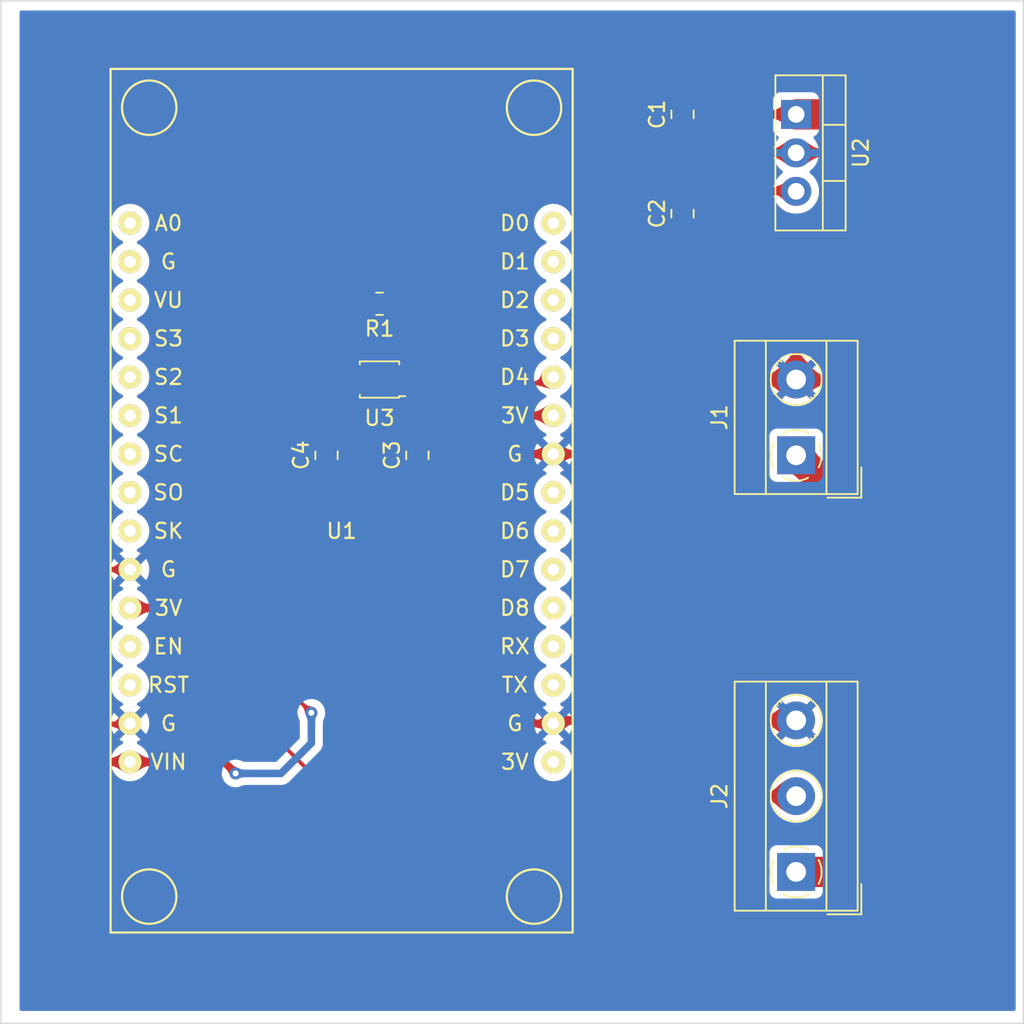
<source format=kicad_pcb>
(kicad_pcb (version 20211014) (generator pcbnew)
  (layers (0 "F.Cu" signal) (31 "B.Cu" signal) (34 "B.Paste" user) (35 "F.Paste" user) (36 "B.SilkS" user "B.Silkscreen") (37 "F.SilkS" user "F.Silkscreen") (38 "B.Mask" user) (39 "F.Mask" user) (44 "Edge.Cuts" user))
  (net 0 "")
  (net 1 "+12V")
  (net 2 "GND")
  (net 3 "+5V")
  (net 4 "+3.3V")
  (net 5 "Net-(J2-Pad2)")
  (net 6 "Net-(R1-Pad2)")
  (net 25 "Net-(U1-Pad26)")
  (footprint "Capacitor_SMD:C_0805_2012Metric" (layer "F.Cu") (at 122.5 47.5 90)
    (fp_text reference "C1" (at 0 -1.68 90) (layer "F.SilkS"))
    (fp_text value "0.22uF")
    (fp_line (start -0.261252 0.735) (end 0.261252 0.735) (layer "F.SilkS") (width 0.12))
    (fp_line (start -0.261252 -0.735) (end 0.261252 -0.735) (layer "F.SilkS") (width 0.12))
    (pad "1" smd roundrect (at -0.95 0 90) (size 1 1.45) (layers "F.Cu" "F.Paste" "F.Mask") (net 1 "+12V"))
    (pad "2" smd roundrect (at 0.95 0 90) (size 1 1.45) (layers "F.Cu" "F.Paste" "F.Mask") (net 2 "GND"))
  )
  (footprint "ESP8266:NodeMCU-LoLinV3" (layer "F.Cu") (at 100 75)
    (fp_text reference "U1" (at 0 0) (layer "F.SilkS"))
    (fp_text value "NodeMCU1.0(ESP-12E)")
    (fp_text user "3V" (at 11.43 -7.62) (layer "F.SilkS"))
    (fp_text user "D3" (at 11.43 -12.7) (layer "F.SilkS"))
    (fp_text user "D0" (at 11.43 -20.32) (layer "F.SilkS"))
    (fp_text user "D7" (at 11.43 2.54) (layer "F.SilkS"))
    (fp_text user "RST" (at -11.43 10.16) (layer "F.SilkS"))
    (fp_text user "TX" (at 11.43 10.16) (layer "F.SilkS"))
    (fp_text user "S1" (at -11.43 -7.62) (layer "F.SilkS"))
    (fp_text user "G" (at -11.43 2.54) (layer "F.SilkS"))
    (fp_text user "D8" (at 11.43 5.08) (layer "F.SilkS"))
    (fp_text user "G" (at 11.43 12.7) (layer "F.SilkS"))
    (fp_text user "D4" (at 11.43 -10.16) (layer "F.SilkS"))
    (fp_text user "D2" (at 11.43 -15.24) (layer "F.SilkS"))
    (fp_text user "G" (at 11.43 -5.08) (layer "F.SilkS"))
    (fp_text user "S3" (at -11.43 -12.7) (layer "F.SilkS"))
    (fp_text user "SO" (at -11.43 -2.54) (layer "F.SilkS"))
    (fp_text user "EN" (at -11.43 7.62) (layer "F.SilkS"))
    (fp_text user "3V" (at -11.43 5.08) (layer "F.SilkS"))
    (fp_text user "G" (at -11.43 12.7) (layer "F.SilkS"))
    (fp_text user "SC" (at -11.43 -5.08) (layer "F.SilkS"))
    (fp_text user "D1" (at 11.43 -17.78) (layer "F.SilkS"))
    (fp_text user "D6" (at 11.43 0) (layer "F.SilkS"))
    (fp_text user "G" (at -11.43 -17.78) (layer "F.SilkS"))
    (fp_text user "VIN" (at -11.43 15.24) (layer "F.SilkS"))
    (fp_text user "VU" (at -11.43 -15.24) (layer "F.SilkS"))
    (fp_text user "S2" (at -11.43 -10.16) (layer "F.SilkS"))
    (fp_text user "RX" (at 11.43 7.62) (layer "F.SilkS"))
    (fp_text user "A0" (at -11.43 -20.32) (layer "F.SilkS"))
    (fp_text user "D5" (at 11.43 -2.54) (layer "F.SilkS"))
    (fp_text user "SK" (at -11.43 0) (layer "F.SilkS"))
    (fp_text user "3V" (at 11.43 15.24) (layer "F.SilkS"))
    (fp_line (start 15.25 26.5) (end 15.25 -30.5) (layer "F.SilkS") (width 0.15))
    (fp_line (start -15.25 26.5) (end 15.25 26.5) (layer "F.SilkS") (width 0.15))
    (fp_line (start 15.25 -30.5) (end -14.75 -30.5) (layer "F.SilkS") (width 0.15))
    (fp_line (start -15.25 -30.5) (end -15.25 26.5) (layer "F.SilkS") (width 0.15))
    (fp_line (start -14.75 -30.5) (end -15.25 -30.5) (layer "F.SilkS") (width 0.15))
    (fp_circle (center -12.7 -27.94) (end -11.43 -29.21) (layer "F.SilkS") (width 0.15) (fill none))
    (fp_circle (center 12.7 -27.94) (end 13.97 -29.21) (layer "F.SilkS") (width 0.15) (fill none))
    (fp_circle (center 12.7 24.13) (end 13.97 22.86) (layer "F.SilkS") (width 0.15) (fill none))
    (fp_circle (center -12.7 24.13) (end -11.43 22.86) (layer "F.SilkS") (width 0.15) (fill none))
    (pad "1" thru_hole circle locked (at -13.97 -20.32) (size 1.524 1.524) (drill 0.762) (layers *.Cu *.Mask "F.SilkS"))
    (pad "2" thru_hole circle locked (at -13.97 -17.78) (size 1.524 1.524) (drill 0.762) (layers *.Cu *.Mask "F.SilkS"))
    (pad "3" thru_hole circle locked (at -13.97 -15.24) (size 1.524 1.524) (drill 0.762) (layers *.Cu *.Mask "F.SilkS"))
    (pad "4" thru_hole circle locked (at -13.97 -12.7) (size 1.524 1.524) (drill 0.762) (layers *.Cu *.Mask "F.SilkS"))
    (pad "5" thru_hole circle locked (at -13.97 -10.16) (size 1.524 1.524) (drill 0.762) (layers *.Cu *.Mask "F.SilkS"))
    (pad "6" thru_hole circle locked (at -13.97 -7.62) (size 1.524 1.524) (drill 0.762) (layers *.Cu *.Mask "F.SilkS"))
    (pad "7" thru_hole circle locked (at -13.97 -5.08) (size 1.524 1.524) (drill 0.762) (layers *.Cu *.Mask "F.SilkS"))
    (pad "8" thru_hole circle locked (at -13.97 -2.54) (size 1.524 1.524) (drill 0.762) (layers *.Cu *.Mask "F.SilkS"))
    (pad "9" thru_hole circle locked (at -13.97 0) (size 1.524 1.524) (drill 0.762) (layers *.Cu *.Mask "F.SilkS"))
    (pad "10" thru_hole circle locked (at -13.97 2.54) (size 1.524 1.524) (drill 0.762) (layers *.Cu *.Mask "F.SilkS") (net 2 "GND"))
    (pad "11" thru_hole circle locked (at -13.97 5.08) (size 1.524 1.524) (drill 0.762) (layers *.Cu *.Mask "F.SilkS") (net 4 "+3.3V"))
    (pad "12" thru_hole circle locked (at -13.97 7.62) (size 1.524 1.524) (drill 0.762) (layers *.Cu *.Mask "F.SilkS"))
    (pad "13" thru_hole circle locked (at -13.97 10.16) (size 1.524 1.524) (drill 0.762) (layers *.Cu *.Mask "F.SilkS"))
    (pad "14" thru_hole circle locked (at -13.97 12.7) (size 1.524 1.524) (drill 0.762) (layers *.Cu *.Mask "F.SilkS") (net 2 "GND"))
    (pad "15" thru_hole circle locked (at -13.97 15.24) (size 1.524 1.524) (drill 0.762) (layers *.Cu *.Mask "F.SilkS") (net 3 "+5V"))
    (pad "16" thru_hole circle locked (at 13.97 15.24) (size 1.524 1.524) (drill 0.762) (layers *.Cu *.Mask "F.SilkS"))
    (pad "17" thru_hole circle locked (at 13.97 12.7) (size 1.524 1.524) (drill 0.762) (layers *.Cu *.Mask "F.SilkS") (net 2 "GND"))
    (pad "18" thru_hole circle locked (at 13.97 10.16) (size 1.524 1.524) (drill 0.762) (layers *.Cu *.Mask "F.SilkS"))
    (pad "19" thru_hole circle locked (at 13.97 7.62) (size 1.524 1.524) (drill 0.762) (layers *.Cu *.Mask "F.SilkS"))
    (pad "20" thru_hole circle locked (at 13.97 5.08) (size 1.524 1.524) (drill 0.762) (layers *.Cu *.Mask "F.SilkS"))
    (pad "21" thru_hole circle locked (at 13.97 2.54) (size 1.524 1.524) (drill 0.762) (layers *.Cu *.Mask "F.SilkS"))
    (pad "22" thru_hole circle locked (at 13.97 0) (size 1.524 1.524) (drill 0.762) (layers *.Cu *.Mask "F.SilkS"))
    (pad "23" thru_hole circle locked (at 13.97 -2.54) (size 1.524 1.524) (drill 0.762) (layers *.Cu *.Mask "F.SilkS"))
    (pad "24" thru_hole circle locked (at 13.97 -5.08) (size 1.524 1.524) (drill 0.762) (layers *.Cu *.Mask "F.SilkS") (net 2 "GND"))
    (pad "25" thru_hole circle locked (at 13.97 -7.62) (size 1.524 1.524) (drill 0.762) (layers *.Cu *.Mask "F.SilkS") (net 4 "+3.3V"))
    (pad "26" thru_hole circle locked (at 13.97 -10.16) (size 1.524 1.524) (drill 0.762) (layers *.Cu *.Mask "F.SilkS") (net 25 "Net-(U1-Pad26)"))
    (pad "27" thru_hole circle locked (at 13.97 -12.7) (size 1.524 1.524) (drill 0.762) (layers *.Cu *.Mask "F.SilkS"))
    (pad "28" thru_hole circle locked (at 13.97 -15.24) (size 1.524 1.524) (drill 0.762) (layers *.Cu *.Mask "F.SilkS"))
    (pad "29" thru_hole circle locked (at 13.97 -17.78) (size 1.524 1.524) (drill 0.762) (layers *.Cu *.Mask "F.SilkS"))
    (pad "30" thru_hole circle locked (at 13.97 -20.32) (size 1.524 1.524) (drill 0.762) (layers *.Cu *.Mask "F.SilkS"))
  )
  (footprint "Resistor_SMD:R_0805_2012Metric" (layer "F.Cu") (at 102.5 60 180)
    (fp_text reference "R1" (at 0 -1.65) (layer "F.SilkS"))
    (fp_text value "10K")
    (fp_line (start -0.227064 -0.735) (end 0.227064 -0.735) (layer "F.SilkS") (width 0.12))
    (fp_line (start -0.227064 0.735) (end 0.227064 0.735) (layer "F.SilkS") (width 0.12))
    (pad "1" smd roundrect (at -0.9125 0 180) (size 1.025 1.4) (layers "F.Cu" "F.Paste" "F.Mask") (roundrect_rratio 0.243902439) (net 4 "+3.3V"))
    (pad "2" smd roundrect (at 0.9125 0 180) (size 1.025 1.4) (layers "F.Cu" "F.Paste" "F.Mask") (roundrect_rratio 0.243902439) (net 6 "Net-(R1-Pad2)"))
  )
  (footprint "TerminalBlock_MetzConnect:TerminalBlock_MetzConnect_Type055_RT01502HDWU_1x02_P5.00mm_Horizontal" (layer "F.Cu") (at 130 70 90)
    (fp_text reference "J1" (at 2.5 -5.06 90) (layer "F.SilkS"))
    (fp_text value "Screw_Terminal_01x02")
    (fp_line (start -2.8 2.06) (end -2.8 4.3) (layer "F.SilkS") (width 0.12))
    (fp_line (start 3.82 0.976) (end 3.726 1.069) (layer "F.SilkS") (width 0.12))
    (fp_line (start -2.56 -2) (end 7.56 -2) (layer "F.SilkS") (width 0.12))
    (fp_line (start 6.275 -1.069) (end 6.181 -0.976) (layer "F.SilkS") (width 0.12))
    (fp_line (start 7.56 -4.06) (end 7.56 4.06) (layer "F.SilkS") (width 0.12))
    (fp_line (start -2.56 4.06) (end 7.56 4.06) (layer "F.SilkS") (width 0.12))
    (fp_line (start -2.8 4.3) (end -0.8 4.3) (layer "F.SilkS") (width 0.12))
    (fp_line (start -2.56 -4.06) (end -2.56 4.06) (layer "F.SilkS") (width 0.12))
    (fp_line (start -2.56 2) (end 7.56 2) (layer "F.SilkS") (width 0.12))
    (fp_line (start 3.99 1.216) (end 3.931 1.274) (layer "F.SilkS") (width 0.12))
    (fp_line (start -2.56 -4.06) (end 7.56 -4.06) (layer "F.SilkS") (width 0.12))
    (fp_line (start 6.07 -1.275) (end 6.011 -1.216) (layer "F.SilkS") (width 0.12))
    (fp_arc (start -1.483953 0.789089) (mid -1.680708 0.00005) (end -1.484 -0.789) (layer "F.SilkS") (width 0.12))
    (fp_arc (start 1.483953 -0.789089) (mid 1.680708 -0.00005) (end 1.484 0.789) (layer "F.SilkS") (width 0.12))
    (fp_arc (start 0.788712 1.483352) (mid 0.406429 1.630097) (end 0 1.68) (layer "F.SilkS") (width 0.12))
    (fp_arc (start 0.029383 1.68045) (mid -0.392304 1.634281) (end -0.789 1.484) (layer "F.SilkS") (width 0.12))
    (fp_arc (start -0.789089 -1.483953) (mid -0.00005 -1.680708) (end 0.789 -1.484) (layer "F.SilkS") (width 0.12))
    (fp_circle (center 5 0) (end 6.68 0) (layer "F.SilkS") (width 0.12) (fill none))
    (pad "1" thru_hole rect (at 0 0 90) (size 2.5 2.5) (drill 1.3) (layers *.Cu *.Mask) (net 1 "+12V"))
    (pad "2" thru_hole circle (at 5 0 90) (size 2.5 2.5) (drill 1.3) (layers *.Cu *.Mask) (net 2 "GND"))
  )
  (footprint "TerminalBlock_MetzConnect:TerminalBlock_MetzConnect_Type055_RT01503HDWU_1x03_P5.00mm_Horizontal" (layer "F.Cu") (at 130 97.5 90)
    (fp_text reference "J2" (at 5 -5.06 90) (layer "F.SilkS"))
    (fp_text value "Screw_Terminal_01x03")
    (fp_line (start 3.99 1.216) (end 3.931 1.274) (layer "F.SilkS") (width 0.12))
    (fp_line (start -2.56 -4.06) (end 12.56 -4.06) (layer "F.SilkS") (width 0.12))
    (fp_line (start 11.275 -1.069) (end 11.181 -0.976) (layer "F.SilkS") (width 0.12))
    (fp_line (start -2.56 4.06) (end 12.56 4.06) (layer "F.SilkS") (width 0.12))
    (fp_line (start -2.8 2.06) (end -2.8 4.3) (layer "F.SilkS") (width 0.12))
    (fp_line (start 6.07 -1.275) (end 6.011 -1.216) (layer "F.SilkS") (width 0.12))
    (fp_line (start 8.99 1.216) (end 8.931 1.274) (layer "F.SilkS") (width 0.12))
    (fp_line (start -2.56 -4.06) (end -2.56 4.06) (layer "F.SilkS") (width 0.12))
    (fp_line (start 12.56 -4.06) (end 12.56 4.06) (layer "F.SilkS") (width 0.12))
    (fp_line (start -2.56 2) (end 12.56 2) (layer "F.SilkS") (width 0.12))
    (fp_line (start 8.82 0.976) (end 8.726 1.069) (layer "F.SilkS") (width 0.12))
    (fp_line (start -2.8 4.3) (end -0.8 4.3) (layer "F.SilkS") (width 0.12))
    (fp_line (start 3.82 0.976) (end 3.726 1.069) (layer "F.SilkS") (width 0.12))
    (fp_line (start -2.56 -2) (end 12.56 -2) (layer "F.SilkS") (width 0.12))
    (fp_line (start 11.07 -1.275) (end 11.011 -1.216) (layer "F.SilkS") (width 0.12))
    (fp_line (start 6.275 -1.069) (end 6.181 -0.976) (layer "F.SilkS") (width 0.12))
    (fp_arc (start -1.483953 0.789089) (mid -1.680708 0.00005) (end -1.484 -0.789) (layer "F.SilkS") (width 0.12))
    (fp_arc (start 1.483953 -0.789089) (mid 1.680708 -0.00005) (end 1.484 0.789) (layer "F.SilkS") (width 0.12))
    (fp_arc (start -0.789089 -1.483953) (mid -0.00005 -1.680708) (end 0.789 -1.484) (layer "F.SilkS") (width 0.12))
    (fp_arc (start 0.029383 1.68045) (mid -0.392304 1.634281) (end -0.789 1.484) (layer "F.SilkS") (width 0.12))
    (fp_arc (start 0.788712 1.483352) (mid 0.406429 1.630097) (end 0 1.68) (layer "F.SilkS") (width 0.12))
    (fp_circle (center 5 0) (end 6.68 0) (layer "F.SilkS") (width 0.12) (fill none))
    (fp_circle (center 10 0) (end 11.68 0) (layer "F.SilkS") (width 0.12) (fill none))
    (pad "1" thru_hole rect (at 0 0 90) (size 2.5 2.5) (drill 1.3) (layers *.Cu *.Mask) (net 1 "+12V"))
    (pad "2" thru_hole circle (at 5 0 90) (size 2.5 2.5) (drill 1.3) (layers *.Cu *.Mask) (net 5 "Net-(J2-Pad2)"))
    (pad "3" thru_hole circle (at 10 0 90) (size 2.5 2.5) (drill 1.3) (layers *.Cu *.Mask) (net 2 "GND"))
  )
  (footprint "Package_TO_SOT_THT:TO-220-3_Vertical" (layer "F.Cu") (at 130 47.5 -90)
    (fp_text reference "U2" (at 2.54 -4.27 90) (layer "F.SilkS"))
    (fp_text value "LM7805_TO220")
    (fp_line (start -2.58 1.371) (end 7.66 1.371) (layer "F.SilkS") (width 0.12))
    (fp_line (start -2.58 -3.27) (end 7.66 -3.27) (layer "F.SilkS") (width 0.12))
    (fp_line (start -2.58 -1.76) (end 7.66 -1.76) (layer "F.SilkS") (width 0.12))
    (fp_line (start 4.391 -3.27) (end 4.391 -1.76) (layer "F.SilkS") (width 0.12))
    (fp_line (start -2.58 -3.27) (end -2.58 1.371) (layer "F.SilkS") (width 0.12))
    (fp_line (start 0.69 -3.27) (end 0.69 -1.76) (layer "F.SilkS") (width 0.12))
    (fp_line (start 7.66 -3.27) (end 7.66 1.371) (layer "F.SilkS") (width 0.12))
    (pad "1" thru_hole rect (at 0 0 270) (size 1.905 2) (drill 1.1) (layers *.Cu *.Mask) (net 1 "+12V"))
    (pad "2" thru_hole oval (at 2.54 0 270) (size 1.905 2) (drill 1.1) (layers *.Cu *.Mask) (net 2 "GND"))
    (pad "3" thru_hole oval (at 5.08 0 270) (size 1.905 2) (drill 1.1) (layers *.Cu *.Mask) (net 3 "+5V"))
  )
  (footprint "Package_SO:VSSOP-8_2.4x2.1mm_P0.5mm" (layer "F.Cu") (at 102.5 65 180)
    (fp_text reference "U3" (at 0 -2.54) (layer "F.SilkS"))
    (fp_text value "SN74LVC2T45DCUR")
    (fp_line (start -1.3 1.2) (end 1.3 1.2) (layer "F.SilkS") (width 0.12))
    (fp_line (start 1.3 -1) (end 1.3 -1.2) (layer "F.SilkS") (width 0.12))
    (fp_line (start -1.3 -1.1) (end -1.7 -1.1) (layer "F.SilkS") (width 0.12))
    (fp_line (start 1.3 1.2) (end 1.3 1) (layer "F.SilkS") (width 0.12))
    (fp_line (start 1.3 -1.2) (end -1.3 -1.2) (layer "F.SilkS") (width 0.12))
    (fp_line (start -1.3 1.2) (end -1.3 1) (layer "F.SilkS") (width 0.12))
    (fp_line (start -1.3 -1.2) (end -1.3 -1.1) (layer "F.SilkS") (width 0.12))
    (pad "1" smd rect (at -1.55 -0.75 180) (size 0.75 0.25) (layers "F.Cu" "F.Paste" "F.Mask") (net 4 "+3.3V"))
    (pad "2" smd rect (at -1.55 -0.25 180) (size 0.75 0.25) (layers "F.Cu" "F.Paste" "F.Mask") (net 25 "Net-(U1-Pad26)"))
    (pad "3" smd rect (at -1.55 0.25 180) (size 0.75 0.25) (layers "F.Cu" "F.Paste" "F.Mask"))
    (pad "4" smd rect (at -1.55 0.75 180) (size 0.75 0.25) (layers "F.Cu" "F.Paste" "F.Mask") (net 2 "GND"))
    (pad "5" smd rect (at 1.55 0.75 180) (size 0.75 0.25) (layers "F.Cu" "F.Paste" "F.Mask") (net 6 "Net-(R1-Pad2)"))
    (pad "6" smd rect (at 1.55 0.25 180) (size 0.75 0.25) (layers "F.Cu" "F.Paste" "F.Mask"))
    (pad "7" smd rect (at 1.55 -0.25 180) (size 0.75 0.25) (layers "F.Cu" "F.Paste" "F.Mask") (net 5 "Net-(J2-Pad2)"))
    (pad "8" smd rect (at 1.55 -0.75 180) (size 0.75 0.25) (layers "F.Cu" "F.Paste" "F.Mask") (net 3 "+5V"))
  )
  (footprint "Capacitor_SMD:C_0805_2012Metric" (layer "F.Cu") (at 122.5 54.05 90)
    (fp_text reference "C2" (at 0 -1.68 90) (layer "F.SilkS"))
    (fp_text value "0.1uF")
    (fp_line (start -0.261252 0.735) (end 0.261252 0.735) (layer "F.SilkS") (width 0.12))
    (fp_line (start -0.261252 -0.735) (end 0.261252 -0.735) (layer "F.SilkS") (width 0.12))
    (pad "1" smd roundrect (at -0.95 0 90) (size 1 1.45) (layers "F.Cu" "F.Paste" "F.Mask") (net 3 "+5V"))
    (pad "2" smd roundrect (at 0.95 0 90) (size 1 1.45) (layers "F.Cu" "F.Paste" "F.Mask") (net 2 "GND"))
  )
  (footprint "Capacitor_SMD:C_0805_2012Metric" (layer "F.Cu") (at 99 70 90)
    (fp_text reference "C4" (at 0 -1.68 90) (layer "F.SilkS"))
    (fp_text value "0.1uF")
    (fp_line (start -0.261252 -0.735) (end 0.261252 -0.735) (layer "F.SilkS") (width 0.12))
    (fp_line (start -0.261252 0.735) (end 0.261252 0.735) (layer "F.SilkS") (width 0.12))
    (pad "1" smd roundrect (at -0.95 0 90) (size 1 1.45) (layers "F.Cu" "F.Paste" "F.Mask") (net 2 "GND"))
    (pad "2" smd roundrect (at 0.95 0 90) (size 1 1.45) (layers "F.Cu" "F.Paste" "F.Mask") (net 3 "+5V"))
  )
  (footprint "Capacitor_SMD:C_0805_2012Metric" (layer "F.Cu") (at 105 70 90)
    (fp_text reference "C3" (at 0 -1.68 90) (layer "F.SilkS"))
    (fp_text value "0.1uF")
    (fp_line (start -0.261252 0.735) (end 0.261252 0.735) (layer "F.SilkS") (width 0.12))
    (fp_line (start -0.261252 -0.735) (end 0.261252 -0.735) (layer "F.SilkS") (width 0.12))
    (pad "1" smd roundrect (at -0.95 0 90) (size 1 1.45) (layers "F.Cu" "F.Paste" "F.Mask") (net 2 "GND"))
    (pad "2" smd roundrect (at 0.95 0 90) (size 1 1.45) (layers "F.Cu" "F.Paste" "F.Mask") (net 4 "+3.3V"))
  )
  (gr_rect (start 77.5 40) (end 145 107.5) (layer "Edge.Cuts") (width 0.1) (fill none))
  (segment (start 135 97.5) (end 140 92.5) (width 2) (layer "F.Cu") (net 1))
  (segment (start 123.45 47.5) (end 130 47.5) (width 0.5) (layer "F.Cu") (net 1))
  (segment (start 140 52.5) (end 135 47.5) (width 2) (layer "F.Cu") (net 1))
  (segment (start 122.5 48.45) (end 123.45 47.5) (width 0.5) (layer "F.Cu") (net 1))
  (segment (start 135 47.5) (end 130 47.5) (width 2) (layer "F.Cu") (net 1))
  (segment (start 130 70) (end 140 80) (width 2) (layer "F.Cu") (net 1))
  (segment (start 140 92.5) (end 140 80) (width 2) (layer "F.Cu") (net 1))
  (segment (start 130 97.5) (end 135 97.5) (width 2) (layer "F.Cu") (net 1))
  (segment (start 140 80) (end 140 52.5) (width 2) (layer "F.Cu") (net 1))
  (segment (start 84.46 77.54) (end 83 79) (width 0.25) (layer "F.Cu") (net 2))
  (segment (start 86.03 77.54) (end 84.46 77.54) (width 0.25) (layer "F.Cu") (net 2))
  (segment (start 105.75 64.25) (end 107 63) (width 0.25) (layer "F.Cu") (net 2))
  (segment (start 113.97 87.7) (end 112.7 87.7) (width 0.5) (layer "F.Cu") (net 2))
  (segment (start 84.7 87.7) (end 86.03 87.7) (width 0.25) (layer "F.Cu") (net 2))
  (segment (start 120 48) (end 120 52) (width 0.5) (layer "F.Cu") (net 2))
  (segment (start 126.96 50.04) (end 130 50.04) (width 0.5) (layer "F.Cu") (net 2))
  (segment (start 130 65) (end 124 65) (width 0.5) (layer "F.Cu") (net 2))
  (segment (start 132.04 50.04) (end 134 52) (width 0.5) (layer "F.Cu") (net 2))
  (segment (start 134 63) (end 132 65) (width 0.5) (layer "F.Cu") (net 2))
  (segment (start 122.5 46.55) (end 121.45 46.55) (width 0.5) (layer "F.Cu") (net 2))
  (segment (start 110 85) (end 110 71) (width 0.5) (layer "F.Cu") (net 2))
  (segment (start 105.05 71) (end 105 70.95) (width 0.5) (layer "F.Cu") (net 2))
  (segment (start 123.9 53.1) (end 126.96 50.04) (width 0.5) (layer "F.Cu") (net 2))
  (segment (start 111.08 69.92) (end 110 71) (width 0.5) (layer "F.Cu") (net 2))
  (segment (start 104.05 64.25) (end 105.75 64.25) (width 0.25) (layer "F.Cu") (net 2))
  (segment (start 116 53) (end 123 60) (width 0.25) (layer "F.Cu") (net 2))
  (segment (start 107 63) (end 107 54) (width 0.25) (layer "F.Cu") (net 2))
  (segment (start 99 70.95) (end 105 70.95) (width 0.5) (layer "F.Cu") (net 2))
  (segment (start 121.45 46.55) (end 120 48) (width 0.5) (layer "F.Cu") (net 2))
  (segment (start 132 65) (end 130 65) (width 0.5) (layer "F.Cu") (net 2))
  (segment (start 120 52) (end 121.1 53.1) (width 0.5) (layer "F.Cu") (net 2))
  (segment (start 128 60) (end 130 62) (width 0.25) (layer "F.Cu") (net 2))
  (segment (start 123 60) (end 128 60) (width 0.25) (layer "F.Cu") (net 2))
  (segment (start 122.5 53.1) (end 123.9 53.1) (width 0.5) (layer "F.Cu") (net 2))
  (segment (start 130 87.5) (end 114.17 87.5) (width 0.5) (layer "F.Cu") (net 2))
  (segment (start 83 79) (end 83 86) (width 0.25) (layer "F.Cu") (net 2))
  (segment (start 130 62) (end 130 65) (width 0.25) (layer "F.Cu") (net 2))
  (segment (start 113.97 69.92) (end 111.08 69.92) (width 0.5) (layer "F.Cu") (net 2))
  (segment (start 119.08 69.92) (end 113.97 69.92) (width 0.5) (layer "F.Cu") (net 2))
  (segment (start 108 53) (end 116 53) (width 0.25) (layer "F.Cu") (net 2))
  (segment (start 107 54) (end 108 53) (width 0.25) (layer "F.Cu") (net 2))
  (segment (start 83 86) (end 84.7 87.7) (width 0.25) (layer "F.Cu") (net 2))
  (segment (start 121.1 53.1) (end 122.5 53.1) (width 0.5) (layer "F.Cu") (net 2))
  (segment (start 110 71) (end 105.05 71) (width 0.5) (layer "F.Cu") (net 2))
  (segment (start 112.7 87.7) (end 110 85) (width 0.5) (layer "F.Cu") (net 2))
  (segment (start 114.17 87.5) (end 113.97 87.7) (width 0.5) (layer "F.Cu") (net 2))
  (segment (start 124 65) (end 119.08 69.92) (width 0.5) (layer "F.Cu") (net 2))
  (segment (start 134 52) (end 134 63) (width 0.5) (layer "F.Cu") (net 2))
  (segment (start 130 50.04) (end 132.04 50.04) (width 0.5) (layer "F.Cu") (net 2))
  (segment (start 86.03 90.24) (end 92.24 90.24) (width 0.5) (layer "F.Cu") (net 3))
  (segment (start 100.25 65.75) (end 99 67) (width 0.25) (layer "F.Cu") (net 3))
  (segment (start 126 55) (end 122.5 55) (width 0.5) (layer "F.Cu") (net 3))
  (segment (start 92.24 90.24) (end 93 91) (width 0.5) (layer "F.Cu") (net 3))
  (segment (start 81 55) (end 81 89) (width 0.5) (layer "F.Cu") (net 3))
  (segment (start 96.95 69.05) (end 99 69.05) (width 0.25) (layer "F.Cu") (net 3))
  (segment (start 99 67) (end 99 69.05) (width 0.25) (layer "F.Cu") (net 3))
  (segment (start 96 70) (end 96.95 69.05) (width 0.25) (layer "F.Cu") (net 3))
  (segment (start 96 85) (end 96 70) (width 0.25) (layer "F.Cu") (net 3))
  (segment (start 82.24 90.24) (end 86.03 90.24) (width 0.5) (layer "F.Cu") (net 3))
  (segment (start 100.95 65.75) (end 100.25 65.75) (width 0.25) (layer "F.Cu") (net 3))
  (segment (start 128.42 52.58) (end 126 55) (width 0.5) (layer "F.Cu") (net 3))
  (segment (start 121 55) (end 117 51) (width 0.5) (layer "F.Cu") (net 3))
  (segment (start 117 51) (end 85 51) (width 0.5) (layer "F.Cu") (net 3))
  (segment (start 130 52.58) (end 128.42 52.58) (width 0.5) (layer "F.Cu") (net 3))
  (segment (start 98 87) (end 96 85) (width 0.25) (layer "F.Cu") (net 3))
  (segment (start 85 51) (end 81 55) (width 0.5) (layer "F.Cu") (net 3))
  (segment (start 81 89) (end 82.24 90.24) (width 0.5) (layer "F.Cu") (net 3))
  (segment (start 122.5 55) (end 121 55) (width 0.5) (layer "F.Cu") (net 3))
  (via (at 98 87) (size 0.8) (drill 0.4) (layers "F.Cu" "B.Cu") (net 3))
  (via (at 93 91) (size 0.8) (drill 0.4) (layers "F.Cu" "B.Cu") (net 3))
  (segment (start 98 89) (end 98 87) (width 0.5) (layer "B.Cu") (net 3))
  (segment (start 93 91) (end 96 91) (width 0.5) (layer "B.Cu") (net 3))
  (segment (start 96 91) (end 98 89) (width 0.5) (layer "B.Cu") (net 3))
  (segment (start 103 57) (end 103.4125 57.4125) (width 0.5) (layer "F.Cu") (net 4))
  (segment (start 88.92 80.08) (end 91 78) (width 0.5) (layer "F.Cu") (net 4))
  (segment (start 102.235 64.77) (end 102.235 62.865) (width 0.25) (layer "F.Cu") (net 4))
  (segment (start 113.97 67.38) (end 109.62 67.38) (width 0.5) (layer "F.Cu") (net 4))
  (segment (start 103.215 65.75) (end 102.235 64.77) (width 0.25) (layer "F.Cu") (net 4))
  (segment (start 104.05 65.75) (end 104.05 68.1) (width 0.25) (layer "F.Cu") (net 4))
  (segment (start 91 59) (end 93 57) (width 0.5) (layer "F.Cu") (net 4))
  (segment (start 107.95 69.05) (end 105 69.05) (width 0.5) (layer "F.Cu") (net 4))
  (segment (start 102.235 62.865) (end 103.4125 61.6875) (width 0.25) (layer "F.Cu") (net 4))
  (segment (start 103.4125 57.4125) (end 103.4125 60) (width 0.5) (layer "F.Cu") (net 4))
  (segment (start 104.05 68.1) (end 105 69.05) (width 0.25) (layer "F.Cu") (net 4))
  (segment (start 93 57) (end 103 57) (width 0.5) (layer "F.Cu") (net 4))
  (segment (start 103.4125 61.6875) (end 103.4125 60) (width 0.25) (layer "F.Cu") (net 4))
  (segment (start 109.62 67.38) (end 107.95 69.05) (width 0.5) (layer "F.Cu") (net 4))
  (segment (start 86.03 80.08) (end 88.92 80.08) (width 0.5) (layer "F.Cu") (net 4))
  (segment (start 91 78) (end 91 59) (width 0.5) (layer "F.Cu") (net 4))
  (segment (start 104.05 65.75) (end 103.215 65.75) (width 0.25) (layer "F.Cu") (net 4))
  (segment (start 97.75 65.25) (end 94 69) (width 0.25) (layer "F.Cu") (net 5))
  (segment (start 102 95) (end 118 95) (width 0.25) (layer "F.Cu") (net 5))
  (segment (start 120.5 92.5) (end 130 92.5) (width 0.25) (layer "F.Cu") (net 5))
  (segment (start 94 69) (end 94 87) (width 0.25) (layer "F.Cu") (net 5))
  (segment (start 118 95) (end 120.5 92.5) (width 0.25) (layer "F.Cu") (net 5))
  (segment (start 100.95 65.25) (end 97.75 65.25) (width 0.25) (layer "F.Cu") (net 5))
  (segment (start 94 87) (end 102 95) (width 0.25) (layer "F.Cu") (net 5))
  (segment (start 99 61) (end 100 60) (width 0.25) (layer "F.Cu") (net 6))
  (segment (start 100 60) (end 101.5875 60) (width 0.25) (layer "F.Cu") (net 6))
  (segment (start 99 63) (end 99 61) (width 0.25) (layer "F.Cu") (net 6))
  (segment (start 100.25 64.25) (end 99 63) (width 0.25) (layer "F.Cu") (net 6))
  (segment (start 100.95 64.25) (end 100.25 64.25) (width 0.25) (layer "F.Cu") (net 6))
  (segment (start 113.56 65.25) (end 113.97 64.84) (width 0.25) (layer "F.Cu") (net 25))
  (segment (start 104.05 65.25) (end 113.56 65.25) (width 0.25) (layer "F.Cu") (net 25))
  (zone (net 2) (net_name "GND") (layer "F.Cu") (priority 16962) (connect_pads yes (clearance 0)) (min_thickness 0.0254) (fill yes (thermal_gap 0.508) (thermal_bridge_width 0.508))
    (polygon (pts (xy 112.448 70.17) (xy 112.62217 70.175855) (xy 112.768443 70.192756) (xy 112.892682 70.219705) (xy 113.00075 70.255702) (xy 113.098509 70.299749) (xy 113.191821 70.350849) (xy 113.286548 70.408002) (xy 113.388554 70.470211) (xy 113.503701 70.536476) (xy 113.637852 70.6058) (xy 114.351 69.92) (xy 113.637852 69.2342) (xy 113.503701 69.303523) (xy 113.388554 69.369788) (xy 113.286548 69.431997) (xy 113.191821 69.48915) (xy 113.098509 69.54025) (xy 113.00075 69.584297) (xy 112.892682 69.620294) (xy 112.768443 69.647243) (xy 112.62217 69.664144) (xy 112.448 69.67)))
  )
  (zone (net 25) (net_name "Net-(U1-Pad26)") (layer "F.Cu") (priority 16962) (connect_pads yes (clearance 0)) (min_thickness 0.0254) (fill yes (thermal_gap 0.508) (thermal_bridge_width 0.508))
    (polygon (pts (xy 112.558 65.375) (xy 112.754299 65.381356) (xy 112.918998 65.398608) (xy 113.059355 65.424031) (xy 113.182628 65.454904) (xy 113.296076 65.4885) (xy 113.406959 65.522096) (xy 113.522534 65.552968) (xy 113.650059 65.578392) (xy 113.796795 65.595644) (xy 113.97 65.602) (xy 114.292249 64.636736) (xy 113.323194 64.437154) (xy 113.257474 64.549833) (xy 113.201055 64.656317) (xy 113.14955 64.755269) (xy 113.098569 64.845356) (xy 113.043726 64.925244) (xy 112.980633 64.993598) (xy 112.904901 65.049085) (xy 112.812144 65.09037) (xy 112.697972 65.11612) (xy 112.558 65.125)))
  )
  (zone (net 2) (net_name "GND") (layer "F.Cu") (priority 16962) (connect_pads yes (clearance 0)) (min_thickness 0.0254) (fill yes (thermal_gap 0.508) (thermal_bridge_width 0.508))
    (polygon (pts (xy 127.51 87.75) (xy 127.800933 87.763517) (xy 128.041184 87.801952) (xy 128.241723 87.862125) (xy 128.413522 87.940857) (xy 128.567551 88.03497) (xy 128.714781 88.141286) (xy 128.866183 88.256625) (xy 129.03273 88.37781) (xy 129.225391 88.501661) (xy 129.455138 88.625) (xy 130.625 87.5) (xy 129.455138 86.375) (xy 129.225391 86.498338) (xy 129.03273 86.622189) (xy 128.866183 86.743374) (xy 128.714781 86.858713) (xy 128.567551 86.965029) (xy 128.413522 87.059142) (xy 128.241723 87.137874) (xy 128.041184 87.198047) (xy 127.800933 87.236482) (xy 127.51 87.25)))
  )
  (zone (net 2) (net_name "GND") (layer "F.Cu") (priority 16962) (connect_pads yes (clearance 0)) (min_thickness 0.0254) (fill yes (thermal_gap 0.508) (thermal_bridge_width 0.508))
    (polygon (pts (xy 131.9025 49.79) (xy 131.682537 49.781168) (xy 131.499361 49.755901) (xy 131.345113 49.716036) (xy 131.211933 49.663413) (xy 131.091963 49.599871) (xy 130.977343 49.527249) (xy 130.860214 49.447387) (xy 130.732718 49.362124) (xy 130.586994 49.273298) (xy 130.415185 49.18275) (xy 129.52375 50.04) (xy 130.415185 50.89725) (xy 130.586994 50.806701) (xy 130.732718 50.717875) (xy 130.860214 50.632612) (xy 130.977343 50.55275) (xy 131.091963 50.480128) (xy 131.211933 50.416586) (xy 131.345113 50.363963) (xy 131.499361 50.324098) (xy 131.682537 50.298831) (xy 131.9025 50.29)))
  )
  (zone (net 3) (net_name "+5V") (layer "F.Cu") (priority 16962) (connect_pads yes (clearance 0)) (min_thickness 0.0254) (fill yes (thermal_gap 0.508) (thermal_bridge_width 0.508))
    (polygon (pts (xy 92.26461 90.618163) (xy 92.326319 90.680411) (xy 92.379476 90.735637) (xy 92.425125 90.785564) (xy 92.464311 90.831912) (xy 92.498077 90.876403) (xy 92.527468 90.92076) (xy 92.553527 90.966703) (xy 92.577298 91.015955) (xy 92.599825 91.070236) (xy 92.622154 91.13127) (xy 93.141421 91.141421) (xy 93.13127 90.622154) (xy 93.070236 90.599825) (xy 93.015955 90.577298) (xy 92.966703 90.553527) (xy 92.92076 90.527468) (xy 92.876403 90.498077) (xy 92.831912 90.464311) (xy 92.785564 90.425125) (xy 92.735637 90.379476) (xy 92.680411 90.326319) (xy 92.618163 90.26461)))
  )
  (zone (net 3) (net_name "+5V") (layer "F.Cu") (priority 16962) (connect_pads yes (clearance 0)) (min_thickness 0.0254) (fill yes (thermal_gap 0.508) (thermal_bridge_width 0.508))
    (polygon (pts (xy 128.361664 52.991889) (xy 128.494075 52.885903) (xy 128.616988 52.837938) (xy 128.733123 52.838779) (xy 128.845202 52.879212) (xy 128.955943 52.950022) (xy 129.068068 53.041997) (xy 129.184298 53.145921) (xy 129.307351 53.25258) (xy 129.43995 53.352761) (xy 129.584815 53.43725) (xy 130.47625 52.58) (xy 129.326481 51.906481) (xy 129.191978 52.024561) (xy 129.063589 52.108374) (xy 128.939244 52.167029) (xy 128.816872 52.209636) (xy 128.694402 52.245302) (xy 128.569763 52.283136) (xy 128.440886 52.332248) (xy 128.305698 52.401746) (xy 128.16213 52.500739) (xy 128.008111 52.638336)))
  )
  (zone (net 3) (net_name "+5V") (layer "F.Cu") (priority 16962) (connect_pads yes (clearance 0)) (min_thickness 0.0254) (fill yes (thermal_gap 0.508) (thermal_bridge_width 0.508))
    (polygon (pts (xy 84.508 90.49) (xy 84.68217 90.495855) (xy 84.828443 90.512756) (xy 84.952682 90.539705) (xy 85.06075 90.575702) (xy 85.158509 90.619749) (xy 85.251821 90.670849) (xy 85.346548 90.728002) (xy 85.448554 90.790211) (xy 85.563701 90.856476) (xy 85.697852 90.9258) (xy 86.411 90.24) (xy 85.697852 89.5542) (xy 85.563701 89.623523) (xy 85.448554 89.689788) (xy 85.346548 89.751997) (xy 85.251821 89.80915) (xy 85.158509 89.86025) (xy 85.06075 89.904297) (xy 84.952682 89.940294) (xy 84.828443 89.967243) (xy 84.68217 89.984144) (xy 84.508 89.99)))
  )
  (zone (net 4) (net_name "+3.3V") (layer "F.Cu") (priority 16962) (connect_pads yes (clearance 0)) (min_thickness 0.0254) (fill yes (thermal_gap 0.508) (thermal_bridge_width 0.508))
    (polygon (pts (xy 112.448 67.63) (xy 112.62217 67.635855) (xy 112.768443 67.652756) (xy 112.892682 67.679705) (xy 113.00075 67.715702) (xy 113.098509 67.759749) (xy 113.191821 67.810849) (xy 113.286548 67.868002) (xy 113.388554 67.930211) (xy 113.503701 67.996476) (xy 113.637852 68.0658) (xy 114.351 67.38) (xy 113.637852 66.6942) (xy 113.503701 66.763523) (xy 113.388554 66.829788) (xy 113.286548 66.891997) (xy 113.191821 66.94915) (xy 113.098509 67.00025) (xy 113.00075 67.044297) (xy 112.892682 67.080294) (xy 112.768443 67.107243) (xy 112.62217 67.124144) (xy 112.448 67.13)))
  )
  (zone (net 2) (net_name "GND") (layer "F.Cu") (priority 16962) (connect_pads yes (clearance 0)) (min_thickness 0.0254) (fill yes (thermal_gap 0.508) (thermal_bridge_width 0.508))
    (polygon (pts (xy 127.51 65.25) (xy 127.800933 65.263517) (xy 128.041184 65.301952) (xy 128.241723 65.362125) (xy 128.413522 65.440857) (xy 128.567551 65.53497) (xy 128.714781 65.641286) (xy 128.866183 65.756625) (xy 129.03273 65.87781) (xy 129.225391 66.001661) (xy 129.455138 66.125) (xy 130.625 65) (xy 129.455138 63.875) (xy 129.225391 63.998338) (xy 129.03273 64.122189) (xy 128.866183 64.243374) (xy 128.714781 64.358713) (xy 128.567551 64.465029) (xy 128.413522 64.559142) (xy 128.241723 64.637874) (xy 128.041184 64.698047) (xy 127.800933 64.736482) (xy 127.51 64.75)))
  )
  (zone (net 4) (net_name "+3.3V") (layer "F.Cu") (priority 16962) (connect_pads yes (clearance 0)) (min_thickness 0.0254) (fill yes (thermal_gap 0.508) (thermal_bridge_width 0.508))
    (polygon (pts (xy 87.552 79.83) (xy 87.377829 79.824144) (xy 87.231556 79.807243) (xy 87.107317 79.780294) (xy 86.999249 79.744297) (xy 86.90149 79.70025) (xy 86.808178 79.64915) (xy 86.713451 79.591997) (xy 86.611445 79.529788) (xy 86.496298 79.463523) (xy 86.362148 79.3942) (xy 85.649 80.08) (xy 86.362148 80.7658) (xy 86.496298 80.696476) (xy 86.611445 80.630211) (xy 86.713451 80.568002) (xy 86.808178 80.510849) (xy 86.90149 80.459749) (xy 86.999249 80.415702) (xy 87.107317 80.379705) (xy 87.231556 80.352756) (xy 87.377829 80.335855) (xy 87.552 80.33)))
  )
  (zone (net 2) (net_name "GND") (layer "F.Cu") (priority 16962) (connect_pads yes (clearance 0)) (min_thickness 0.0254) (fill yes (thermal_gap 0.508) (thermal_bridge_width 0.508))
    (polygon (pts (xy 112.337962 87.691515) (xy 112.463673 87.80194) (xy 112.582318 87.879095) (xy 112.695181 87.930815) (xy 112.803546 87.964934) (xy 112.908697 87.989288) (xy 113.011918 88.011713) (xy 113.114493 88.040042) (xy 113.217706 88.082112) (xy 113.322842 88.145758) (xy 113.431185 88.238815) (xy 114.351 87.7) (xy 113.637852 87.0142) (xy 113.527809 87.0779) (xy 113.42627 87.153067) (xy 113.33133 87.232791) (xy 113.241084 87.310161) (xy 113.153628 87.378267) (xy 113.067056 87.430198) (xy 112.979464 87.459043) (xy 112.888946 87.457892) (xy 112.793598 87.419835) (xy 112.691515 87.337962)))
  )
  (zone (net 2) (net_name "GND") (layer "F.Cu") (priority 16962) (connect_pads yes (clearance 0)) (min_thickness 0.0254) (fill yes (thermal_gap 0.508) (thermal_bridge_width 0.508))
    (polygon (pts (xy 84.468777 87.645553) (xy 84.589025 87.753785) (xy 84.700268 87.832413) (xy 84.804382 87.888463) (xy 84.903243 87.92896) (xy 84.998728 87.960931) (xy 85.092713 87.991403) (xy 85.187075 88.0274) (xy 85.28369 88.075951) (xy 85.384434 88.14408) (xy 85.491185 88.238815) (xy 86.411 87.7) (xy 85.697852 87.0142) (xy 85.568977 87.091316) (xy 85.452935 87.18484) (xy 85.346883 87.285979) (xy 85.24798 87.385944) (xy 85.153383 87.475944) (xy 85.060252 87.547187) (xy 84.965745 87.590883) (xy 84.867021 87.59824) (xy 84.761237 87.560468) (xy 84.645553 87.468777)))
  )
  (zone (net 1) (net_name "+12V") (layer "F.Cu") (priority 16962) (connect_pads yes (clearance 0)) (min_thickness 0.0254) (fill yes (thermal_gap 0.508) (thermal_bridge_width 0.508))
    (polygon (pts (xy 132.49 96.5) (xy 132.210555 96.502234) (xy 131.95557 96.50739) (xy 131.72295 96.513144) (xy 131.510599 96.517172) (xy 131.316424 96.517151) (xy 131.13833 96.510758) (xy 130.974221 96.495669) (xy 130.822003 96.469562) (xy 130.679582 96.430114) (xy 130.544862 96.375) (xy 129.375 97.5) (xy 130.544862 98.625) (xy 130.679582 98.569885) (xy 130.822003 98.530437) (xy 130.974221 98.50433) (xy 131.13833 98.489241) (xy 131.316424 98.482848) (xy 131.510599 98.482827) (xy 131.72295 98.486855) (xy 131.95557 98.492609) (xy 132.210555 98.497765) (xy 132.49 98.5)))
  )
  (zone (net 2) (net_name "GND") (layer "F.Cu") (priority 16962) (connect_pads yes (clearance 0)) (min_thickness 0.0254) (fill yes (thermal_gap 0.508) (thermal_bridge_width 0.508))
    (polygon (pts (xy 115.492 69.67) (xy 115.317829 69.664144) (xy 115.171556 69.647243) (xy 115.047317 69.620294) (xy 114.939249 69.584297) (xy 114.84149 69.54025) (xy 114.748178 69.48915) (xy 114.653451 69.431997) (xy 114.551445 69.369788) (xy 114.436298 69.303523) (xy 114.302148 69.2342) (xy 113.589 69.92) (xy 114.302148 70.6058) (xy 114.436298 70.536476) (xy 114.551445 70.470211) (xy 114.653451 70.408002) (xy 114.748178 70.350849) (xy 114.84149 70.299749) (xy 114.939249 70.255702) (xy 115.047317 70.219705) (xy 115.171556 70.192756) (xy 115.317829 70.175855) (xy 115.492 70.17)))
  )
  (zone (net 2) (net_name "GND") (layer "F.Cu") (priority 16962) (connect_pads yes (clearance 0)) (min_thickness 0.0254) (fill yes (thermal_gap 0.508) (thermal_bridge_width 0.508))
    (polygon (pts (xy 132.176776 64.46967) (xy 132.000325 64.611184) (xy 131.836903 64.675429) (xy 131.682729 64.674633) (xy 131.534021 64.621023) (xy 131.387 64.526826) (xy 131.237884 64.404269) (xy 131.082893 64.265581) (xy 130.918246 64.122988) (xy 130.740162 63.988719) (xy 130.544862 63.875) (xy 129.375 65) (xy 130.883883 65.883883) (xy 131.058517 65.72565) (xy 131.221298 65.607388) (xy 131.375839 65.518456) (xy 131.525751 65.448211) (xy 131.674648 65.386011) (xy 131.826141 65.321215) (xy 131.983843 65.24318) (xy 132.151367 65.141264) (xy 132.332325 65.004826) (xy 132.53033 64.823224)))
  )
  (zone (net 3) (net_name "+5V") (layer "F.Cu") (priority 16962) (connect_pads yes (clearance 0)) (min_thickness 0.0254) (fill yes (thermal_gap 0.508) (thermal_bridge_width 0.508))
    (polygon (pts (xy 97.352998 86.529775) (xy 97.414653 86.59605) (xy 97.461584 86.656262) (xy 97.496416 86.712175) (xy 97.521777 86.76555) (xy 97.540293 86.818153) (xy 97.554592 86.871745) (xy 97.5673 86.928089) (xy 97.581046 86.988949) (xy 97.598454 87.056088) (xy 97.622154 87.13127) (xy 98.141421 87.141421) (xy 98.13127 86.622154) (xy 98.056088 86.598454) (xy 97.988949 86.581046) (xy 97.928089 86.5673) (xy 97.871745 86.554592) (xy 97.818153 86.540293) (xy 97.76555 86.521777) (xy 97.712175 86.496416) (xy 97.656262 86.461584) (xy 97.59605 86.414653) (xy 97.529775 86.352998)))
  )
  (zone (net 2) (net_name "GND") (layer "F.Cu") (priority 16962) (connect_pads yes (clearance 0)) (min_thickness 0.0254) (fill yes (thermal_gap 0.508) (thermal_bridge_width 0.508))
    (polygon (pts (xy 129.875 62.51) (xy 129.85844 62.806579) (xy 129.811676 63.048238) (xy 129.739081 63.247065) (xy 129.645028 63.415151) (xy 129.533891 63.564586) (xy 129.410043 63.707459) (xy 129.277856 63.855861) (xy 129.141705 64.021882) (xy 129.005961 64.21761) (xy 128.875 64.455138) (xy 130 65.625) (xy 131.125 64.455138) (xy 130.994038 64.21761) (xy 130.858294 64.021882) (xy 130.722143 63.855861) (xy 130.589956 63.707459) (xy 130.466108 63.564586) (xy 130.354971 63.415151) (xy 130.260918 63.247065) (xy 130.188323 63.048238) (xy 130.141559 62.806579) (xy 130.125 62.51)))
  )
  (zone (net 3) (net_name "+5V") (layer "F.Cu") (priority 16962) (connect_pads yes (clearance 0)) (min_thickness 0.0254) (fill yes (thermal_gap 0.508) (thermal_bridge_width 0.508))
    (polygon (pts (xy 87.552 89.99) (xy 87.377829 89.984144) (xy 87.231556 89.967243) (xy 87.107317 89.940294) (xy 86.999249 89.904297) (xy 86.90149 89.86025) (xy 86.808178 89.80915) (xy 86.713451 89.751997) (xy 86.611445 89.689788) (xy 86.496298 89.623523) (xy 86.362148 89.5542) (xy 85.649 90.24) (xy 86.362148 90.9258) (xy 86.496298 90.856476) (xy 86.611445 90.790211) (xy 86.713451 90.728002) (xy 86.808178 90.670849) (xy 86.90149 90.619749) (xy 86.999249 90.575702) (xy 87.107317 90.539705) (xy 87.231556 90.512756) (xy 87.377829 90.495855) (xy 87.552 90.49)))
  )
  (zone (net 2) (net_name "GND") (layer "F.Cu") (priority 16962) (connect_pads yes (clearance 0)) (min_thickness 0.0254) (fill yes (thermal_gap 0.508) (thermal_bridge_width 0.508))
    (polygon (pts (xy 115.472 87.25) (xy 115.280423 87.244612) (xy 115.119039 87.229516) (xy 114.981156 87.206312) (xy 114.860078 87.176601) (xy 114.749114 87.141982) (xy 114.641569 87.104057) (xy 114.53075 87.064425) (xy 114.409963 87.024687) (xy 114.272515 86.986443) (xy 114.111712 86.951294) (xy 113.602197 87.799406) (xy 114.469575 88.275385) (xy 114.570743 88.183939) (xy 114.659164 88.099484) (xy 114.739539 88.022641) (xy 114.816574 87.954031) (xy 114.89497 87.894274) (xy 114.979432 87.84399) (xy 115.074662 87.8038) (xy 115.185364 87.774324) (xy 115.316242 87.756184) (xy 115.472 87.75)))
  )
  (zone (net 1) (net_name "+12V") (layer "F.Cu") (priority 16962) (connect_pads yes (clearance 0)) (min_thickness 0.0254) (fill yes (thermal_gap 0.508) (thermal_bridge_width 0.508))
    (polygon (pts (xy 128.0975 47.75) (xy 128.317462 47.758831) (xy 128.500638 47.784098) (xy 128.654886 47.823963) (xy 128.788066 47.876586) (xy 128.908036 47.940128) (xy 129.022656 48.01275) (xy 129.139785 48.092612) (xy 129.267281 48.177875) (xy 129.413005 48.266701) (xy 129.584815 48.35725) (xy 130.47625 47.5) (xy 129.584815 46.64275) (xy 129.413005 46.733298) (xy 129.267281 46.822124) (xy 129.139785 46.907387) (xy 129.022656 46.987249) (xy 128.908036 47.059871) (xy 128.788066 47.123413) (xy 128.654886 47.176036) (xy 128.500638 47.215901) (xy 128.317462 47.241168) (xy 128.0975 47.25)))
  )
  (zone (net 2) (net_name "GND") (layer "F.Cu") (priority 16962) (connect_pads yes (clearance 0)) (min_thickness 0.0254) (fill yes (thermal_gap 0.508) (thermal_bridge_width 0.508))
    (polygon (pts (xy 84.508 77.665) (xy 84.687065 77.673887) (xy 84.834271 77.699093) (xy 84.956559 77.738431) (xy 85.06087 77.789713) (xy 85.154142 77.850754) (xy 85.243317 77.919366) (xy 85.335335 77.993364) (xy 85.437137 78.070559) (xy 85.555662 78.148767) (xy 85.697852 78.2258) (xy 86.411 77.54) (xy 85.697852 76.8542) (xy 85.555662 76.931232) (xy 85.437137 77.00944) (xy 85.335335 77.086635) (xy 85.243317 77.160633) (xy 85.154142 77.229245) (xy 85.06087 77.290286) (xy 84.956559 77.341568) (xy 84.834271 77.380906) (xy 84.687065 77.406112) (xy 84.508 77.415)))
  )
  (zone (net 5) (net_name "Net-(J2-Pad2)") (layer "F.Cu") (priority 16962) (connect_pads yes (clearance 0)) (min_thickness 0.0254) (fill yes (thermal_gap 0.508) (thermal_bridge_width 0.508))
    (polygon (pts (xy 127.51 92.625) (xy 127.806579 92.641559) (xy 128.048238 92.688323) (xy 128.247065 92.760918) (xy 128.415151 92.854971) (xy 128.564586 92.966108) (xy 128.707459 93.089956) (xy 128.855861 93.222143) (xy 129.021882 93.358294) (xy 129.21761 93.494038) (xy 129.455138 93.625) (xy 130.625 92.5) (xy 129.455138 91.375) (xy 129.21761 91.505961) (xy 129.021882 91.641705) (xy 128.855861 91.777856) (xy 128.707459 91.910043) (xy 128.564586 92.033891) (xy 128.415151 92.145028) (xy 128.247065 92.239081) (xy 128.048238 92.311676) (xy 127.806579 92.35844) (xy 127.51 92.375)))
  )
  (zone (net 2) (net_name "GND") (layer "F.Cu") (priority 16962) (connect_pads yes (clearance 0)) (min_thickness 0.0254) (fill yes (thermal_gap 0.508) (thermal_bridge_width 0.508))
    (polygon (pts (xy 128.0975 50.29) (xy 128.317462 50.298831) (xy 128.500638 50.324098) (xy 128.654886 50.363963) (xy 128.788066 50.416586) (xy 128.908036 50.480128) (xy 129.022656 50.55275) (xy 129.139785 50.632612) (xy 129.267281 50.717875) (xy 129.413005 50.806701) (xy 129.584815 50.89725) (xy 130.47625 50.04) (xy 129.584815 49.18275) (xy 129.413005 49.273298) (xy 129.267281 49.362124) (xy 129.139785 49.447387) (xy 129.022656 49.527249) (xy 128.908036 49.599871) (xy 128.788066 49.663413) (xy 128.654886 49.716036) (xy 128.500638 49.755901) (xy 128.317462 49.781168) (xy 128.0975 49.79)))
  )
  (zone (net 1) (net_name "+12V") (layer "F.Cu") (priority 16962) (connect_pads yes (clearance 0)) (min_thickness 0.0254) (fill yes (thermal_gap 0.508) (thermal_bridge_width 0.508))
    (polygon (pts (xy 132.467802 71.053588) (xy 132.268624 70.857571) (xy 132.084677 70.680915) (xy 131.916121 70.520496) (xy 131.763119 70.37319) (xy 131.625831 70.235873) (xy 131.50442 70.105421) (xy 131.399047 69.97871) (xy 131.309873 69.852615) (xy 131.23706 69.724013) (xy 131.180771 69.589781) (xy 129.558059 69.558059) (xy 129.589781 71.180771) (xy 129.724013 71.23706) (xy 129.852615 71.309873) (xy 129.97871 71.399047) (xy 130.105421 71.50442) (xy 130.235873 71.625831) (xy 130.37319 71.763119) (xy 130.520496 71.916121) (xy 130.680915 72.084677) (xy 130.857571 72.268624) (xy 131.053588 72.467802)))
  )
  (zone (net 3) (net_name "+5V") (layer "B.Cu") (priority 16962) (connect_pads yes (clearance 0)) (min_thickness 0.0254) (fill yes (thermal_gap 0.508) (thermal_bridge_width 0.508))
    (polygon (pts (xy 93.79 90.75) (xy 93.702348 90.749618) (xy 93.625709 90.748155) (xy 93.558126 90.745131) (xy 93.497645 90.740066) (xy 93.442308 90.732482) (xy 93.390161 90.7219) (xy 93.339248 90.707839) (xy 93.287613 90.689822) (xy 93.2333 90.667368) (xy 93.174355 90.64) (xy 92.8 91) (xy 93.174355 91.36) (xy 93.2333 91.332631) (xy 93.287613 91.310177) (xy 93.339248 91.29216) (xy 93.390161 91.278099) (xy 93.442308 91.267517) (xy 93.497645 91.259933) (xy 93.558126 91.254868) (xy 93.625709 91.251844) (xy 93.702348 91.250381) (xy 93.79 91.25)))
  )
  (zone (net 3) (net_name "+5V") (layer "B.Cu") (priority 16962) (connect_pads yes (clearance 0)) (min_thickness 0.0254) (fill yes (thermal_gap 0.508) (thermal_bridge_width 0.508))
    (polygon (pts (xy 98.25 87.79) (xy 98.250381 87.702348) (xy 98.251844 87.625709) (xy 98.254868 87.558126) (xy 98.259933 87.497645) (xy 98.267517 87.442308) (xy 98.278099 87.390161) (xy 98.29216 87.339248) (xy 98.310177 87.287613) (xy 98.332631 87.2333) (xy 98.36 87.174355) (xy 98 86.8) (xy 97.64 87.174355) (xy 97.667368 87.2333) (xy 97.689822 87.287613) (xy 97.707839 87.339248) (xy 97.7219 87.390161) (xy 97.732482 87.442308) (xy 97.740066 87.497645) (xy 97.745131 87.558126) (xy 97.748155 87.625709) (xy 97.749618 87.702348) (xy 97.75 87.79)))
  )
  (zone (net 2) (net_name "GND") (layer "B.Cu") (connect_pads thru_hole_only (clearance 0.508)) (min_thickness 0.254) (fill yes (thermal_gap 0.508) (thermal_bridge_width 0.508))
    (polygon (pts (xy 144.78 106.68) (xy 78.74 106.68) (xy 78.74 40.64) (xy 144.78 40.64)))
  )
)
</source>
